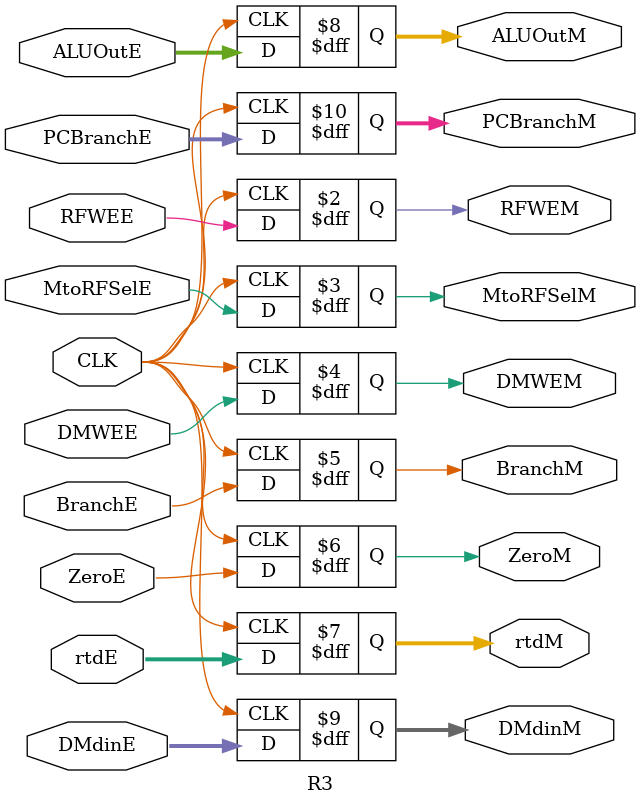
<source format=v>
`timescale 1ns / 1ps


module R3
#(parameter DWL = 32)
    (
    input CLK, RFWEE, MtoRFSelE, DMWEE, BranchE, ZeroE, 
    input [4:0] rtdE, 
    input [DWL-1:0] ALUOutE, DMdinE, PCBranchE,
    output reg RFWEM, MtoRFSelM, DMWEM, BranchM, ZeroM, 
    output reg [4:0] rtdM, 
    output reg [DWL-1:0] ALUOutM, DMdinM, PCBranchM
    );
   
    //Update Execute to Memory Lines
    always @(posedge CLK) begin
        RFWEM <= RFWEE; //Register File Write Enable, Execute -> Write
        MtoRFSelM <= MtoRFSelE; //Memory to Register File Sel., Execute -> Write
        DMWEM <= DMWEE; //Data Memory Write Enabled, Execute -> Write
        BranchM <= BranchE; //Branch, Execute -> Write
        ZeroM <= ZeroE; //Zero Flag, Execute -> Write
        ALUOutM <= ALUOutE; //ALU Output (32-bit), Execute -> Write
        DMdinM <= DMdinE; //Data Memory, Execute -> Write
        rtdM <= rtdE; //Target and Destination Registers, Execute -> Write
        PCBranchM <= PCBranchE; //Program Counter Branch, Execute -> Write
    end
endmodule


</source>
